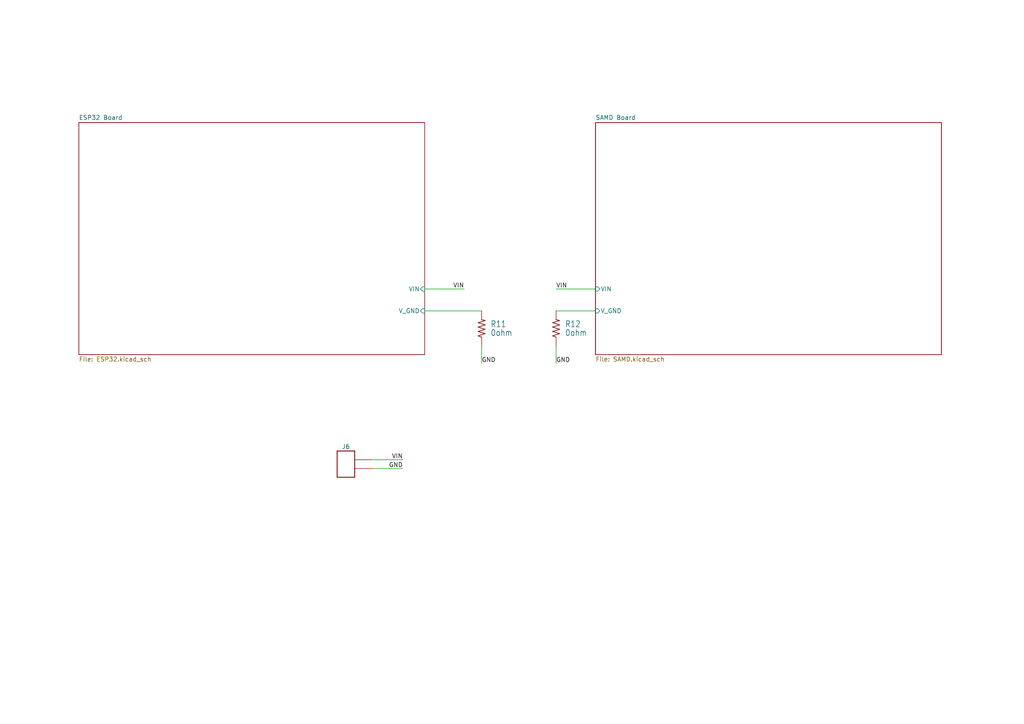
<source format=kicad_sch>
(kicad_sch (version 20230121) (generator eeschema)
  (paper "A4")
  (title_block (title "Custom Microcontroller R1") (date "2023-03-28") (rev "1"))
  (lib_symbols
    (symbol "Custom_Microcontroller:HEADER-1X2" (pin_numbers hide) (pin_names hide)
      (property "Reference" "J" (at 0 6.35 0))
      (symbol "HEADER-1X2_1_0"
        (polyline (pts (xy -2.54 -2.54) (xy -2.54 5.08)) (stroke (width 0.254)))
        (polyline (pts (xy -2.54 5.08) (xy 2.54 5.08)) (stroke (width 0.254)))
        (polyline (pts (xy 2.54 -2.54) (xy -2.54 -2.54)) (stroke (width 0.254)))
        (polyline (pts (xy 2.54 5.08) (xy 2.54 -2.54)) (stroke (width 0.254)))
        (pin passive line (at 7.62 2.54 180) (length 5.08) (name "1") (number "1"))
        (pin passive line (at 7.62 0 180) (length 5.08) (name "2") (number "2"))
      )
    )
    (symbol "Custom_Microcontroller:R_0603_0ohm" (pin_numbers hide) (pin_names hide)
      (property "Reference" "R" (at -0.8054 1.519 0))
      (property "Value" "0ohm" (at -3.81 -3.81 0))
      (symbol "R_0603_0ohm_1_0"
        (polyline (pts (xy -2.54 0) (xy -2.159 1.016)) (stroke (width 0.2032)))
        (polyline (pts (xy -2.159 1.016) (xy -1.524 -1.016)) (stroke (width 0.2032)))
        (polyline (pts (xy -1.524 -1.016) (xy -0.889 1.016)) (stroke (width 0.2032)))
        (polyline (pts (xy -0.889 1.016) (xy -0.254 -1.016)) (stroke (width 0.2032)))
        (polyline (pts (xy -0.254 -1.016) (xy 0.381 1.016)) (stroke (width 0.2032)))
        (polyline (pts (xy 0.381 1.016) (xy 1.016 -1.016)) (stroke (width 0.2032)))
        (polyline (pts (xy 1.016 -1.016) (xy 1.651 1.016)) (stroke (width 0.2032)))
        (polyline (pts (xy 1.651 1.016) (xy 2.286 -1.016)) (stroke (width 0.2032)))
        (polyline (pts (xy 2.286 -1.016) (xy 2.54 0)) (stroke (width 0.2032)))
        (pin passive line (at -5.08 0 0) (length 2.54) (name "1") (number "1"))
        (pin passive line (at 5.08 0 180) (length 2.54) (name "2") (number "2"))
      )
    )
  )
  (wire (pts (xy 123.19 90.17) (xy 139.7 90.17)))
  (wire (pts (xy 107.95 135.89) (xy 116.84 135.89)))
  (wire (pts (xy 161.29 90.17) (xy 172.72 90.17)))
  (wire (pts (xy 161.29 83.82) (xy 172.72 83.82)))
  (wire (pts (xy 134.62 83.82) (xy 123.19 83.82)))
  (wire (pts (xy 107.95 133.35) (xy 116.84 133.35)))
  (wire (pts (xy 139.7 100.33) (xy 139.7 105.41)))
  (wire (pts (xy 161.29 100.33) (xy 161.29 105.41)))
  (label "GND" (at 139.7 105.41 0))
  (label "VIN" (at 134.62 83.82 180))
  (label "VIN" (at 161.29 83.82 0))
  (label "GND" (at 161.29 105.41 0))
  (label "VIN" (at 116.84 133.35 180))
  (label "GND" (at 116.84 135.89 180))
  (symbol (lib_id "Custom_Microcontroller:HEADER-1X2") (at 100.33 135.89 0) (unit 1)
    (property "Reference" "J6" (at 100.33 129.54 0))
    (property "Footprint" "Custom_Microcontroller:1X2" (effects hide))
  )
  (symbol (lib_id "Custom_Microcontroller:R_0603_0ohm") (at 139.7 95.25 90) (unit 1)
    (property "Reference" "R11" (at 142.24 93.98 90) (effects (font (size 1.778 1.5113)) (justify right)))
    (property "Value" "0ohm" (at 142.24 96.52 90) (effects (font (size 1.778 1.5113)) (justify right)))
    (property "Footprint" "Custom_Microcontroller:R_0603" (effects hide))
    (property "Part Number" "RMCF0603ZT0R00" (effects hide))
  )
  (symbol (lib_id "Custom_Microcontroller:R_0603_0ohm") (at 161.29 95.25 90) (unit 1)
    (property "Reference" "R12" (at 163.83 93.98 90) (effects (font (size 1.778 1.5113)) (justify right)))
    (property "Value" "0ohm" (at 163.83 96.52 90) (effects (font (size 1.778 1.5113)) (justify right)))
    (property "Footprint" "Custom_Microcontroller:R_0603" (effects hide))
    (property "Part Number" "RMCF0603ZT0R00" (effects hide))
  )
  (sheet (at 22.86 35.56) (size 100.33 67.31) (stroke (width 0.1524))
    (property "Sheetname" "ESP32 Board" (at 22.86 34.8484 0) (effects (justify left bottom)))
    (property "Sheetfile" "ESP32.kicad_sch" (at 22.86 103.4546 0) (effects (justify left top)))
    (pin "V_GND" input (at 123.19 90.17 0))
    (pin "VIN" input (at 123.19 83.82 0))
  )
  (sheet (at 172.72 35.56) (size 100.33 67.31) (stroke (width 0.1524))
    (property "Sheetname" "SAMD Board" (at 172.72 34.8484 0) (effects (justify left bottom)))
    (property "Sheetfile" "SAMD.kicad_sch" (at 172.72 103.4546 0) (effects (justify left top)))
    (pin "V_GND" input (at 172.72 90.17 180))
    (pin "VIN" input (at 172.72 83.82 180))
  )
)
</source>
